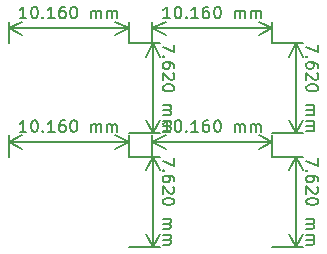
<source format=gbr>
G04 #@! TF.GenerationSoftware,KiCad,Pcbnew,5.1.4+dfsg1-1*
G04 #@! TF.CreationDate,2020-12-01T08:27:43+00:00*
G04 #@! TF.ProjectId,panel,70616e65-6c2e-46b6-9963-61645f706362,rev?*
G04 #@! TF.SameCoordinates,Original*
G04 #@! TF.FileFunction,Other,Comment*
%FSLAX46Y46*%
G04 Gerber Fmt 4.6, Leading zero omitted, Abs format (unit mm)*
G04 Created by KiCad (PCBNEW 5.1.4+dfsg1-1) date 2020-12-01 08:27:43*
%MOMM*%
%LPD*%
G04 APERTURE LIST*
%ADD10C,0.150000*%
G04 APERTURE END LIST*
D10*
X63668580Y-57502390D02*
X63097151Y-57502390D01*
X63382866Y-57502390D02*
X63382866Y-56502390D01*
X63287628Y-56645248D01*
X63192389Y-56740486D01*
X63097151Y-56788105D01*
X64287628Y-56502390D02*
X64382866Y-56502390D01*
X64478104Y-56550010D01*
X64525723Y-56597629D01*
X64573342Y-56692867D01*
X64620961Y-56883343D01*
X64620961Y-57121438D01*
X64573342Y-57311914D01*
X64525723Y-57407152D01*
X64478104Y-57454771D01*
X64382866Y-57502390D01*
X64287628Y-57502390D01*
X64192389Y-57454771D01*
X64144770Y-57407152D01*
X64097151Y-57311914D01*
X64049532Y-57121438D01*
X64049532Y-56883343D01*
X64097151Y-56692867D01*
X64144770Y-56597629D01*
X64192389Y-56550010D01*
X64287628Y-56502390D01*
X65049532Y-57407152D02*
X65097151Y-57454771D01*
X65049532Y-57502390D01*
X65001913Y-57454771D01*
X65049532Y-57407152D01*
X65049532Y-57502390D01*
X66049532Y-57502390D02*
X65478104Y-57502390D01*
X65763818Y-57502390D02*
X65763818Y-56502390D01*
X65668580Y-56645248D01*
X65573342Y-56740486D01*
X65478104Y-56788105D01*
X66906675Y-56502390D02*
X66716199Y-56502390D01*
X66620961Y-56550010D01*
X66573342Y-56597629D01*
X66478104Y-56740486D01*
X66430485Y-56930962D01*
X66430485Y-57311914D01*
X66478104Y-57407152D01*
X66525723Y-57454771D01*
X66620961Y-57502390D01*
X66811437Y-57502390D01*
X66906675Y-57454771D01*
X66954294Y-57407152D01*
X67001913Y-57311914D01*
X67001913Y-57073819D01*
X66954294Y-56978581D01*
X66906675Y-56930962D01*
X66811437Y-56883343D01*
X66620961Y-56883343D01*
X66525723Y-56930962D01*
X66478104Y-56978581D01*
X66430485Y-57073819D01*
X67620961Y-56502390D02*
X67716199Y-56502390D01*
X67811437Y-56550010D01*
X67859056Y-56597629D01*
X67906675Y-56692867D01*
X67954294Y-56883343D01*
X67954294Y-57121438D01*
X67906675Y-57311914D01*
X67859056Y-57407152D01*
X67811437Y-57454771D01*
X67716199Y-57502390D01*
X67620961Y-57502390D01*
X67525723Y-57454771D01*
X67478104Y-57407152D01*
X67430485Y-57311914D01*
X67382866Y-57121438D01*
X67382866Y-56883343D01*
X67430485Y-56692867D01*
X67478104Y-56597629D01*
X67525723Y-56550010D01*
X67620961Y-56502390D01*
X69144770Y-57502390D02*
X69144770Y-56835724D01*
X69144770Y-56930962D02*
X69192389Y-56883343D01*
X69287628Y-56835724D01*
X69430485Y-56835724D01*
X69525723Y-56883343D01*
X69573342Y-56978581D01*
X69573342Y-57502390D01*
X69573342Y-56978581D02*
X69620961Y-56883343D01*
X69716199Y-56835724D01*
X69859056Y-56835724D01*
X69954294Y-56883343D01*
X70001913Y-56978581D01*
X70001913Y-57502390D01*
X70478104Y-57502390D02*
X70478104Y-56835724D01*
X70478104Y-56930962D02*
X70525723Y-56883343D01*
X70620961Y-56835724D01*
X70763818Y-56835724D01*
X70859056Y-56883343D01*
X70906675Y-56978581D01*
X70906675Y-57502390D01*
X70906675Y-56978581D02*
X70954294Y-56883343D01*
X71049532Y-56835724D01*
X71192389Y-56835724D01*
X71287628Y-56883343D01*
X71335247Y-56978581D01*
X71335247Y-57502390D01*
X62160009Y-58350010D02*
X72320009Y-58350010D01*
X62160009Y-59620010D02*
X62160009Y-57763589D01*
X72320009Y-59620010D02*
X72320009Y-57763589D01*
X72320009Y-58350010D02*
X71193505Y-58936431D01*
X72320009Y-58350010D02*
X71193505Y-57763589D01*
X62160009Y-58350010D02*
X63286513Y-58936431D01*
X62160009Y-58350010D02*
X63286513Y-57763589D01*
X76199628Y-59715724D02*
X76199628Y-60382390D01*
X75199628Y-59953819D01*
X75294866Y-60763343D02*
X75247247Y-60810962D01*
X75199628Y-60763343D01*
X75247247Y-60715724D01*
X75294866Y-60763343D01*
X75199628Y-60763343D01*
X76199628Y-61668105D02*
X76199628Y-61477629D01*
X76152009Y-61382390D01*
X76104389Y-61334771D01*
X75961532Y-61239533D01*
X75771056Y-61191914D01*
X75390104Y-61191914D01*
X75294866Y-61239533D01*
X75247247Y-61287152D01*
X75199628Y-61382390D01*
X75199628Y-61572867D01*
X75247247Y-61668105D01*
X75294866Y-61715724D01*
X75390104Y-61763343D01*
X75628199Y-61763343D01*
X75723437Y-61715724D01*
X75771056Y-61668105D01*
X75818675Y-61572867D01*
X75818675Y-61382390D01*
X75771056Y-61287152D01*
X75723437Y-61239533D01*
X75628199Y-61191914D01*
X76104389Y-62144295D02*
X76152009Y-62191914D01*
X76199628Y-62287152D01*
X76199628Y-62525248D01*
X76152009Y-62620486D01*
X76104389Y-62668105D01*
X76009151Y-62715724D01*
X75913913Y-62715724D01*
X75771056Y-62668105D01*
X75199628Y-62096676D01*
X75199628Y-62715724D01*
X76199628Y-63334771D02*
X76199628Y-63430010D01*
X76152009Y-63525248D01*
X76104389Y-63572867D01*
X76009151Y-63620486D01*
X75818675Y-63668105D01*
X75580580Y-63668105D01*
X75390104Y-63620486D01*
X75294866Y-63572867D01*
X75247247Y-63525248D01*
X75199628Y-63430010D01*
X75199628Y-63334771D01*
X75247247Y-63239533D01*
X75294866Y-63191914D01*
X75390104Y-63144295D01*
X75580580Y-63096676D01*
X75818675Y-63096676D01*
X76009151Y-63144295D01*
X76104389Y-63191914D01*
X76152009Y-63239533D01*
X76199628Y-63334771D01*
X75199628Y-64858581D02*
X75866294Y-64858581D01*
X75771056Y-64858581D02*
X75818675Y-64906200D01*
X75866294Y-65001438D01*
X75866294Y-65144295D01*
X75818675Y-65239533D01*
X75723437Y-65287152D01*
X75199628Y-65287152D01*
X75723437Y-65287152D02*
X75818675Y-65334771D01*
X75866294Y-65430010D01*
X75866294Y-65572867D01*
X75818675Y-65668105D01*
X75723437Y-65715724D01*
X75199628Y-65715724D01*
X75199628Y-66191914D02*
X75866294Y-66191914D01*
X75771056Y-66191914D02*
X75818675Y-66239533D01*
X75866294Y-66334771D01*
X75866294Y-66477629D01*
X75818675Y-66572867D01*
X75723437Y-66620486D01*
X75199628Y-66620486D01*
X75723437Y-66620486D02*
X75818675Y-66668105D01*
X75866294Y-66763343D01*
X75866294Y-66906200D01*
X75818675Y-67001438D01*
X75723437Y-67049057D01*
X75199628Y-67049057D01*
X74352009Y-59620010D02*
X74352009Y-67240010D01*
X72320009Y-59620010D02*
X74938430Y-59620010D01*
X72320009Y-67240010D02*
X74938430Y-67240010D01*
X74352009Y-67240010D02*
X73765588Y-66113506D01*
X74352009Y-67240010D02*
X74938430Y-66113506D01*
X74352009Y-59620010D02*
X73765588Y-60746514D01*
X74352009Y-59620010D02*
X74938430Y-60746514D01*
X51508572Y-57502390D02*
X50937143Y-57502390D01*
X51222858Y-57502390D02*
X51222858Y-56502390D01*
X51127620Y-56645248D01*
X51032381Y-56740486D01*
X50937143Y-56788105D01*
X52127620Y-56502390D02*
X52222858Y-56502390D01*
X52318096Y-56550010D01*
X52365715Y-56597629D01*
X52413334Y-56692867D01*
X52460953Y-56883343D01*
X52460953Y-57121438D01*
X52413334Y-57311914D01*
X52365715Y-57407152D01*
X52318096Y-57454771D01*
X52222858Y-57502390D01*
X52127620Y-57502390D01*
X52032381Y-57454771D01*
X51984762Y-57407152D01*
X51937143Y-57311914D01*
X51889524Y-57121438D01*
X51889524Y-56883343D01*
X51937143Y-56692867D01*
X51984762Y-56597629D01*
X52032381Y-56550010D01*
X52127620Y-56502390D01*
X52889524Y-57407152D02*
X52937143Y-57454771D01*
X52889524Y-57502390D01*
X52841905Y-57454771D01*
X52889524Y-57407152D01*
X52889524Y-57502390D01*
X53889524Y-57502390D02*
X53318096Y-57502390D01*
X53603810Y-57502390D02*
X53603810Y-56502390D01*
X53508572Y-56645248D01*
X53413334Y-56740486D01*
X53318096Y-56788105D01*
X54746667Y-56502390D02*
X54556191Y-56502390D01*
X54460953Y-56550010D01*
X54413334Y-56597629D01*
X54318096Y-56740486D01*
X54270477Y-56930962D01*
X54270477Y-57311914D01*
X54318096Y-57407152D01*
X54365715Y-57454771D01*
X54460953Y-57502390D01*
X54651429Y-57502390D01*
X54746667Y-57454771D01*
X54794286Y-57407152D01*
X54841905Y-57311914D01*
X54841905Y-57073819D01*
X54794286Y-56978581D01*
X54746667Y-56930962D01*
X54651429Y-56883343D01*
X54460953Y-56883343D01*
X54365715Y-56930962D01*
X54318096Y-56978581D01*
X54270477Y-57073819D01*
X55460953Y-56502390D02*
X55556191Y-56502390D01*
X55651429Y-56550010D01*
X55699048Y-56597629D01*
X55746667Y-56692867D01*
X55794286Y-56883343D01*
X55794286Y-57121438D01*
X55746667Y-57311914D01*
X55699048Y-57407152D01*
X55651429Y-57454771D01*
X55556191Y-57502390D01*
X55460953Y-57502390D01*
X55365715Y-57454771D01*
X55318096Y-57407152D01*
X55270477Y-57311914D01*
X55222858Y-57121438D01*
X55222858Y-56883343D01*
X55270477Y-56692867D01*
X55318096Y-56597629D01*
X55365715Y-56550010D01*
X55460953Y-56502390D01*
X56984762Y-57502390D02*
X56984762Y-56835724D01*
X56984762Y-56930962D02*
X57032381Y-56883343D01*
X57127620Y-56835724D01*
X57270477Y-56835724D01*
X57365715Y-56883343D01*
X57413334Y-56978581D01*
X57413334Y-57502390D01*
X57413334Y-56978581D02*
X57460953Y-56883343D01*
X57556191Y-56835724D01*
X57699048Y-56835724D01*
X57794286Y-56883343D01*
X57841905Y-56978581D01*
X57841905Y-57502390D01*
X58318096Y-57502390D02*
X58318096Y-56835724D01*
X58318096Y-56930962D02*
X58365715Y-56883343D01*
X58460953Y-56835724D01*
X58603810Y-56835724D01*
X58699048Y-56883343D01*
X58746667Y-56978581D01*
X58746667Y-57502390D01*
X58746667Y-56978581D02*
X58794286Y-56883343D01*
X58889524Y-56835724D01*
X59032381Y-56835724D01*
X59127620Y-56883343D01*
X59175239Y-56978581D01*
X59175239Y-57502390D01*
X50000001Y-58350010D02*
X60160001Y-58350010D01*
X50000001Y-59620010D02*
X50000001Y-57763589D01*
X60160001Y-59620010D02*
X60160001Y-57763589D01*
X60160001Y-58350010D02*
X59033497Y-58936431D01*
X60160001Y-58350010D02*
X59033497Y-57763589D01*
X50000001Y-58350010D02*
X51126505Y-58936431D01*
X50000001Y-58350010D02*
X51126505Y-57763589D01*
X64039620Y-59715724D02*
X64039620Y-60382390D01*
X63039620Y-59953819D01*
X63134858Y-60763343D02*
X63087239Y-60810962D01*
X63039620Y-60763343D01*
X63087239Y-60715724D01*
X63134858Y-60763343D01*
X63039620Y-60763343D01*
X64039620Y-61668105D02*
X64039620Y-61477629D01*
X63992001Y-61382390D01*
X63944381Y-61334771D01*
X63801524Y-61239533D01*
X63611048Y-61191914D01*
X63230096Y-61191914D01*
X63134858Y-61239533D01*
X63087239Y-61287152D01*
X63039620Y-61382390D01*
X63039620Y-61572867D01*
X63087239Y-61668105D01*
X63134858Y-61715724D01*
X63230096Y-61763343D01*
X63468191Y-61763343D01*
X63563429Y-61715724D01*
X63611048Y-61668105D01*
X63658667Y-61572867D01*
X63658667Y-61382390D01*
X63611048Y-61287152D01*
X63563429Y-61239533D01*
X63468191Y-61191914D01*
X63944381Y-62144295D02*
X63992001Y-62191914D01*
X64039620Y-62287152D01*
X64039620Y-62525248D01*
X63992001Y-62620486D01*
X63944381Y-62668105D01*
X63849143Y-62715724D01*
X63753905Y-62715724D01*
X63611048Y-62668105D01*
X63039620Y-62096676D01*
X63039620Y-62715724D01*
X64039620Y-63334771D02*
X64039620Y-63430010D01*
X63992001Y-63525248D01*
X63944381Y-63572867D01*
X63849143Y-63620486D01*
X63658667Y-63668105D01*
X63420572Y-63668105D01*
X63230096Y-63620486D01*
X63134858Y-63572867D01*
X63087239Y-63525248D01*
X63039620Y-63430010D01*
X63039620Y-63334771D01*
X63087239Y-63239533D01*
X63134858Y-63191914D01*
X63230096Y-63144295D01*
X63420572Y-63096676D01*
X63658667Y-63096676D01*
X63849143Y-63144295D01*
X63944381Y-63191914D01*
X63992001Y-63239533D01*
X64039620Y-63334771D01*
X63039620Y-64858581D02*
X63706286Y-64858581D01*
X63611048Y-64858581D02*
X63658667Y-64906200D01*
X63706286Y-65001438D01*
X63706286Y-65144295D01*
X63658667Y-65239533D01*
X63563429Y-65287152D01*
X63039620Y-65287152D01*
X63563429Y-65287152D02*
X63658667Y-65334771D01*
X63706286Y-65430010D01*
X63706286Y-65572867D01*
X63658667Y-65668105D01*
X63563429Y-65715724D01*
X63039620Y-65715724D01*
X63039620Y-66191914D02*
X63706286Y-66191914D01*
X63611048Y-66191914D02*
X63658667Y-66239533D01*
X63706286Y-66334771D01*
X63706286Y-66477629D01*
X63658667Y-66572867D01*
X63563429Y-66620486D01*
X63039620Y-66620486D01*
X63563429Y-66620486D02*
X63658667Y-66668105D01*
X63706286Y-66763343D01*
X63706286Y-66906200D01*
X63658667Y-67001438D01*
X63563429Y-67049057D01*
X63039620Y-67049057D01*
X62192001Y-59620010D02*
X62192001Y-67240010D01*
X60160001Y-59620010D02*
X62778422Y-59620010D01*
X60160001Y-67240010D02*
X62778422Y-67240010D01*
X62192001Y-67240010D02*
X61605580Y-66113506D01*
X62192001Y-67240010D02*
X62778422Y-66113506D01*
X62192001Y-59620010D02*
X61605580Y-60746514D01*
X62192001Y-59620010D02*
X62778422Y-60746514D01*
X63668580Y-47882381D02*
X63097151Y-47882381D01*
X63382866Y-47882381D02*
X63382866Y-46882381D01*
X63287628Y-47025239D01*
X63192389Y-47120477D01*
X63097151Y-47168096D01*
X64287628Y-46882381D02*
X64382866Y-46882381D01*
X64478104Y-46930001D01*
X64525723Y-46977620D01*
X64573342Y-47072858D01*
X64620961Y-47263334D01*
X64620961Y-47501429D01*
X64573342Y-47691905D01*
X64525723Y-47787143D01*
X64478104Y-47834762D01*
X64382866Y-47882381D01*
X64287628Y-47882381D01*
X64192389Y-47834762D01*
X64144770Y-47787143D01*
X64097151Y-47691905D01*
X64049532Y-47501429D01*
X64049532Y-47263334D01*
X64097151Y-47072858D01*
X64144770Y-46977620D01*
X64192389Y-46930001D01*
X64287628Y-46882381D01*
X65049532Y-47787143D02*
X65097151Y-47834762D01*
X65049532Y-47882381D01*
X65001913Y-47834762D01*
X65049532Y-47787143D01*
X65049532Y-47882381D01*
X66049532Y-47882381D02*
X65478104Y-47882381D01*
X65763818Y-47882381D02*
X65763818Y-46882381D01*
X65668580Y-47025239D01*
X65573342Y-47120477D01*
X65478104Y-47168096D01*
X66906675Y-46882381D02*
X66716199Y-46882381D01*
X66620961Y-46930001D01*
X66573342Y-46977620D01*
X66478104Y-47120477D01*
X66430485Y-47310953D01*
X66430485Y-47691905D01*
X66478104Y-47787143D01*
X66525723Y-47834762D01*
X66620961Y-47882381D01*
X66811437Y-47882381D01*
X66906675Y-47834762D01*
X66954294Y-47787143D01*
X67001913Y-47691905D01*
X67001913Y-47453810D01*
X66954294Y-47358572D01*
X66906675Y-47310953D01*
X66811437Y-47263334D01*
X66620961Y-47263334D01*
X66525723Y-47310953D01*
X66478104Y-47358572D01*
X66430485Y-47453810D01*
X67620961Y-46882381D02*
X67716199Y-46882381D01*
X67811437Y-46930001D01*
X67859056Y-46977620D01*
X67906675Y-47072858D01*
X67954294Y-47263334D01*
X67954294Y-47501429D01*
X67906675Y-47691905D01*
X67859056Y-47787143D01*
X67811437Y-47834762D01*
X67716199Y-47882381D01*
X67620961Y-47882381D01*
X67525723Y-47834762D01*
X67478104Y-47787143D01*
X67430485Y-47691905D01*
X67382866Y-47501429D01*
X67382866Y-47263334D01*
X67430485Y-47072858D01*
X67478104Y-46977620D01*
X67525723Y-46930001D01*
X67620961Y-46882381D01*
X69144770Y-47882381D02*
X69144770Y-47215715D01*
X69144770Y-47310953D02*
X69192389Y-47263334D01*
X69287628Y-47215715D01*
X69430485Y-47215715D01*
X69525723Y-47263334D01*
X69573342Y-47358572D01*
X69573342Y-47882381D01*
X69573342Y-47358572D02*
X69620961Y-47263334D01*
X69716199Y-47215715D01*
X69859056Y-47215715D01*
X69954294Y-47263334D01*
X70001913Y-47358572D01*
X70001913Y-47882381D01*
X70478104Y-47882381D02*
X70478104Y-47215715D01*
X70478104Y-47310953D02*
X70525723Y-47263334D01*
X70620961Y-47215715D01*
X70763818Y-47215715D01*
X70859056Y-47263334D01*
X70906675Y-47358572D01*
X70906675Y-47882381D01*
X70906675Y-47358572D02*
X70954294Y-47263334D01*
X71049532Y-47215715D01*
X71192389Y-47215715D01*
X71287628Y-47263334D01*
X71335247Y-47358572D01*
X71335247Y-47882381D01*
X62160009Y-48730001D02*
X72320009Y-48730001D01*
X62160009Y-50000001D02*
X62160009Y-48143580D01*
X72320009Y-50000001D02*
X72320009Y-48143580D01*
X72320009Y-48730001D02*
X71193505Y-49316422D01*
X72320009Y-48730001D02*
X71193505Y-48143580D01*
X62160009Y-48730001D02*
X63286513Y-49316422D01*
X62160009Y-48730001D02*
X63286513Y-48143580D01*
X76199628Y-50095715D02*
X76199628Y-50762381D01*
X75199628Y-50333810D01*
X75294866Y-51143334D02*
X75247247Y-51190953D01*
X75199628Y-51143334D01*
X75247247Y-51095715D01*
X75294866Y-51143334D01*
X75199628Y-51143334D01*
X76199628Y-52048096D02*
X76199628Y-51857620D01*
X76152009Y-51762381D01*
X76104389Y-51714762D01*
X75961532Y-51619524D01*
X75771056Y-51571905D01*
X75390104Y-51571905D01*
X75294866Y-51619524D01*
X75247247Y-51667143D01*
X75199628Y-51762381D01*
X75199628Y-51952858D01*
X75247247Y-52048096D01*
X75294866Y-52095715D01*
X75390104Y-52143334D01*
X75628199Y-52143334D01*
X75723437Y-52095715D01*
X75771056Y-52048096D01*
X75818675Y-51952858D01*
X75818675Y-51762381D01*
X75771056Y-51667143D01*
X75723437Y-51619524D01*
X75628199Y-51571905D01*
X76104389Y-52524286D02*
X76152009Y-52571905D01*
X76199628Y-52667143D01*
X76199628Y-52905239D01*
X76152009Y-53000477D01*
X76104389Y-53048096D01*
X76009151Y-53095715D01*
X75913913Y-53095715D01*
X75771056Y-53048096D01*
X75199628Y-52476667D01*
X75199628Y-53095715D01*
X76199628Y-53714762D02*
X76199628Y-53810001D01*
X76152009Y-53905239D01*
X76104389Y-53952858D01*
X76009151Y-54000477D01*
X75818675Y-54048096D01*
X75580580Y-54048096D01*
X75390104Y-54000477D01*
X75294866Y-53952858D01*
X75247247Y-53905239D01*
X75199628Y-53810001D01*
X75199628Y-53714762D01*
X75247247Y-53619524D01*
X75294866Y-53571905D01*
X75390104Y-53524286D01*
X75580580Y-53476667D01*
X75818675Y-53476667D01*
X76009151Y-53524286D01*
X76104389Y-53571905D01*
X76152009Y-53619524D01*
X76199628Y-53714762D01*
X75199628Y-55238572D02*
X75866294Y-55238572D01*
X75771056Y-55238572D02*
X75818675Y-55286191D01*
X75866294Y-55381429D01*
X75866294Y-55524286D01*
X75818675Y-55619524D01*
X75723437Y-55667143D01*
X75199628Y-55667143D01*
X75723437Y-55667143D02*
X75818675Y-55714762D01*
X75866294Y-55810001D01*
X75866294Y-55952858D01*
X75818675Y-56048096D01*
X75723437Y-56095715D01*
X75199628Y-56095715D01*
X75199628Y-56571905D02*
X75866294Y-56571905D01*
X75771056Y-56571905D02*
X75818675Y-56619524D01*
X75866294Y-56714762D01*
X75866294Y-56857620D01*
X75818675Y-56952858D01*
X75723437Y-57000477D01*
X75199628Y-57000477D01*
X75723437Y-57000477D02*
X75818675Y-57048096D01*
X75866294Y-57143334D01*
X75866294Y-57286191D01*
X75818675Y-57381429D01*
X75723437Y-57429048D01*
X75199628Y-57429048D01*
X74352009Y-50000001D02*
X74352009Y-57620001D01*
X72320009Y-50000001D02*
X74938430Y-50000001D01*
X72320009Y-57620001D02*
X74938430Y-57620001D01*
X74352009Y-57620001D02*
X73765588Y-56493497D01*
X74352009Y-57620001D02*
X74938430Y-56493497D01*
X74352009Y-50000001D02*
X73765588Y-51126505D01*
X74352009Y-50000001D02*
X74938430Y-51126505D01*
X51508572Y-47882381D02*
X50937143Y-47882381D01*
X51222858Y-47882381D02*
X51222858Y-46882381D01*
X51127620Y-47025239D01*
X51032381Y-47120477D01*
X50937143Y-47168096D01*
X52127620Y-46882381D02*
X52222858Y-46882381D01*
X52318096Y-46930001D01*
X52365715Y-46977620D01*
X52413334Y-47072858D01*
X52460953Y-47263334D01*
X52460953Y-47501429D01*
X52413334Y-47691905D01*
X52365715Y-47787143D01*
X52318096Y-47834762D01*
X52222858Y-47882381D01*
X52127620Y-47882381D01*
X52032381Y-47834762D01*
X51984762Y-47787143D01*
X51937143Y-47691905D01*
X51889524Y-47501429D01*
X51889524Y-47263334D01*
X51937143Y-47072858D01*
X51984762Y-46977620D01*
X52032381Y-46930001D01*
X52127620Y-46882381D01*
X52889524Y-47787143D02*
X52937143Y-47834762D01*
X52889524Y-47882381D01*
X52841905Y-47834762D01*
X52889524Y-47787143D01*
X52889524Y-47882381D01*
X53889524Y-47882381D02*
X53318096Y-47882381D01*
X53603810Y-47882381D02*
X53603810Y-46882381D01*
X53508572Y-47025239D01*
X53413334Y-47120477D01*
X53318096Y-47168096D01*
X54746667Y-46882381D02*
X54556191Y-46882381D01*
X54460953Y-46930001D01*
X54413334Y-46977620D01*
X54318096Y-47120477D01*
X54270477Y-47310953D01*
X54270477Y-47691905D01*
X54318096Y-47787143D01*
X54365715Y-47834762D01*
X54460953Y-47882381D01*
X54651429Y-47882381D01*
X54746667Y-47834762D01*
X54794286Y-47787143D01*
X54841905Y-47691905D01*
X54841905Y-47453810D01*
X54794286Y-47358572D01*
X54746667Y-47310953D01*
X54651429Y-47263334D01*
X54460953Y-47263334D01*
X54365715Y-47310953D01*
X54318096Y-47358572D01*
X54270477Y-47453810D01*
X55460953Y-46882381D02*
X55556191Y-46882381D01*
X55651429Y-46930001D01*
X55699048Y-46977620D01*
X55746667Y-47072858D01*
X55794286Y-47263334D01*
X55794286Y-47501429D01*
X55746667Y-47691905D01*
X55699048Y-47787143D01*
X55651429Y-47834762D01*
X55556191Y-47882381D01*
X55460953Y-47882381D01*
X55365715Y-47834762D01*
X55318096Y-47787143D01*
X55270477Y-47691905D01*
X55222858Y-47501429D01*
X55222858Y-47263334D01*
X55270477Y-47072858D01*
X55318096Y-46977620D01*
X55365715Y-46930001D01*
X55460953Y-46882381D01*
X56984762Y-47882381D02*
X56984762Y-47215715D01*
X56984762Y-47310953D02*
X57032381Y-47263334D01*
X57127620Y-47215715D01*
X57270477Y-47215715D01*
X57365715Y-47263334D01*
X57413334Y-47358572D01*
X57413334Y-47882381D01*
X57413334Y-47358572D02*
X57460953Y-47263334D01*
X57556191Y-47215715D01*
X57699048Y-47215715D01*
X57794286Y-47263334D01*
X57841905Y-47358572D01*
X57841905Y-47882381D01*
X58318096Y-47882381D02*
X58318096Y-47215715D01*
X58318096Y-47310953D02*
X58365715Y-47263334D01*
X58460953Y-47215715D01*
X58603810Y-47215715D01*
X58699048Y-47263334D01*
X58746667Y-47358572D01*
X58746667Y-47882381D01*
X58746667Y-47358572D02*
X58794286Y-47263334D01*
X58889524Y-47215715D01*
X59032381Y-47215715D01*
X59127620Y-47263334D01*
X59175239Y-47358572D01*
X59175239Y-47882381D01*
X50000001Y-48730001D02*
X60160001Y-48730001D01*
X50000001Y-50000001D02*
X50000001Y-48143580D01*
X60160001Y-50000001D02*
X60160001Y-48143580D01*
X60160001Y-48730001D02*
X59033497Y-49316422D01*
X60160001Y-48730001D02*
X59033497Y-48143580D01*
X50000001Y-48730001D02*
X51126505Y-49316422D01*
X50000001Y-48730001D02*
X51126505Y-48143580D01*
X64039620Y-50095715D02*
X64039620Y-50762381D01*
X63039620Y-50333810D01*
X63134858Y-51143334D02*
X63087239Y-51190953D01*
X63039620Y-51143334D01*
X63087239Y-51095715D01*
X63134858Y-51143334D01*
X63039620Y-51143334D01*
X64039620Y-52048096D02*
X64039620Y-51857620D01*
X63992001Y-51762381D01*
X63944381Y-51714762D01*
X63801524Y-51619524D01*
X63611048Y-51571905D01*
X63230096Y-51571905D01*
X63134858Y-51619524D01*
X63087239Y-51667143D01*
X63039620Y-51762381D01*
X63039620Y-51952858D01*
X63087239Y-52048096D01*
X63134858Y-52095715D01*
X63230096Y-52143334D01*
X63468191Y-52143334D01*
X63563429Y-52095715D01*
X63611048Y-52048096D01*
X63658667Y-51952858D01*
X63658667Y-51762381D01*
X63611048Y-51667143D01*
X63563429Y-51619524D01*
X63468191Y-51571905D01*
X63944381Y-52524286D02*
X63992001Y-52571905D01*
X64039620Y-52667143D01*
X64039620Y-52905239D01*
X63992001Y-53000477D01*
X63944381Y-53048096D01*
X63849143Y-53095715D01*
X63753905Y-53095715D01*
X63611048Y-53048096D01*
X63039620Y-52476667D01*
X63039620Y-53095715D01*
X64039620Y-53714762D02*
X64039620Y-53810001D01*
X63992001Y-53905239D01*
X63944381Y-53952858D01*
X63849143Y-54000477D01*
X63658667Y-54048096D01*
X63420572Y-54048096D01*
X63230096Y-54000477D01*
X63134858Y-53952858D01*
X63087239Y-53905239D01*
X63039620Y-53810001D01*
X63039620Y-53714762D01*
X63087239Y-53619524D01*
X63134858Y-53571905D01*
X63230096Y-53524286D01*
X63420572Y-53476667D01*
X63658667Y-53476667D01*
X63849143Y-53524286D01*
X63944381Y-53571905D01*
X63992001Y-53619524D01*
X64039620Y-53714762D01*
X63039620Y-55238572D02*
X63706286Y-55238572D01*
X63611048Y-55238572D02*
X63658667Y-55286191D01*
X63706286Y-55381429D01*
X63706286Y-55524286D01*
X63658667Y-55619524D01*
X63563429Y-55667143D01*
X63039620Y-55667143D01*
X63563429Y-55667143D02*
X63658667Y-55714762D01*
X63706286Y-55810001D01*
X63706286Y-55952858D01*
X63658667Y-56048096D01*
X63563429Y-56095715D01*
X63039620Y-56095715D01*
X63039620Y-56571905D02*
X63706286Y-56571905D01*
X63611048Y-56571905D02*
X63658667Y-56619524D01*
X63706286Y-56714762D01*
X63706286Y-56857620D01*
X63658667Y-56952858D01*
X63563429Y-57000477D01*
X63039620Y-57000477D01*
X63563429Y-57000477D02*
X63658667Y-57048096D01*
X63706286Y-57143334D01*
X63706286Y-57286191D01*
X63658667Y-57381429D01*
X63563429Y-57429048D01*
X63039620Y-57429048D01*
X62192001Y-50000001D02*
X62192001Y-57620001D01*
X60160001Y-50000001D02*
X62778422Y-50000001D01*
X60160001Y-57620001D02*
X62778422Y-57620001D01*
X62192001Y-57620001D02*
X61605580Y-56493497D01*
X62192001Y-57620001D02*
X62778422Y-56493497D01*
X62192001Y-50000001D02*
X61605580Y-51126505D01*
X62192001Y-50000001D02*
X62778422Y-51126505D01*
M02*

</source>
